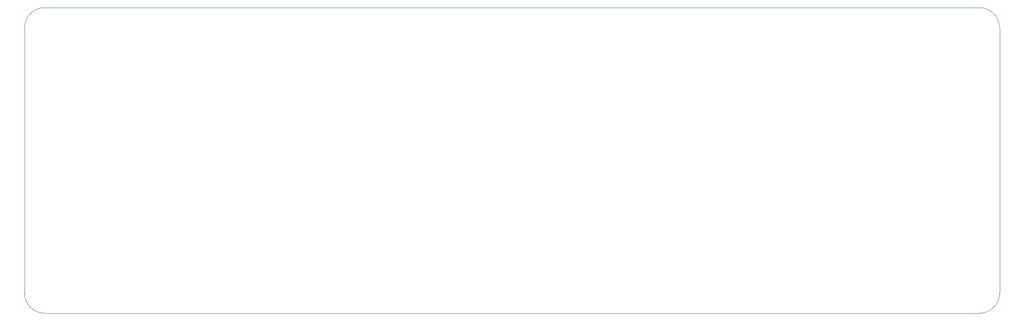
<source format=gbr>
%TF.GenerationSoftware,KiCad,Pcbnew,(5.1.9)-1*%
%TF.CreationDate,2021-09-06T15:07:46-04:00*%
%TF.ProjectId,PCB Heater,50434220-4865-4617-9465-722e6b696361,rev?*%
%TF.SameCoordinates,Original*%
%TF.FileFunction,Profile,NP*%
%FSLAX46Y46*%
G04 Gerber Fmt 4.6, Leading zero omitted, Abs format (unit mm)*
G04 Created by KiCad (PCBNEW (5.1.9)-1) date 2021-09-06 15:07:46*
%MOMM*%
%LPD*%
G01*
G04 APERTURE LIST*
%TA.AperFunction,Profile*%
%ADD10C,0.050000*%
%TD*%
G04 APERTURE END LIST*
D10*
X53340000Y-103505000D02*
G75*
G02*
X49530000Y-99695000I0J3810000D01*
G01*
X49530000Y-49530000D02*
X49530000Y-99695000D01*
X49530000Y-49530000D02*
G75*
G02*
X53340000Y-45720000I3810000J0D01*
G01*
X229870000Y-103505000D02*
X53340000Y-103505000D01*
X233680000Y-99695000D02*
G75*
G02*
X229870000Y-103505000I-3810000J0D01*
G01*
X233680000Y-49530000D02*
X233680000Y-99695000D01*
X229870000Y-45720000D02*
G75*
G02*
X233680000Y-49530000I0J-3810000D01*
G01*
X229870000Y-45720000D02*
X53340000Y-45720000D01*
M02*

</source>
